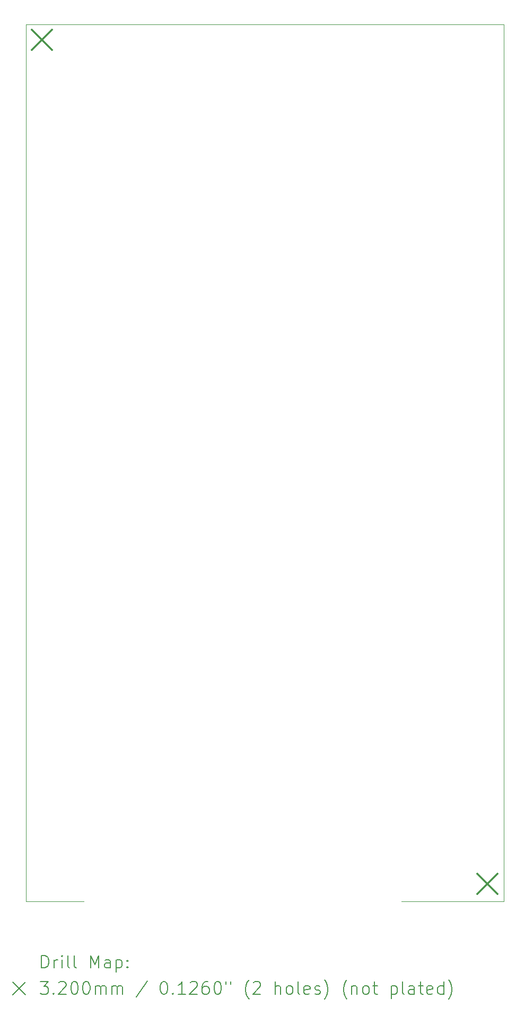
<source format=gbr>
%FSLAX45Y45*%
G04 Gerber Fmt 4.5, Leading zero omitted, Abs format (unit mm)*
G04 Created by KiCad (PCBNEW (6.0.0)) date 2022-08-18 21:51:15*
%MOMM*%
%LPD*%
G01*
G04 APERTURE LIST*
%TA.AperFunction,Profile*%
%ADD10C,0.100000*%
%TD*%
%ADD11C,0.200000*%
%ADD12C,0.320000*%
G04 APERTURE END LIST*
D10*
X7833537Y-16771549D02*
X7833537Y-2780549D01*
X15463537Y-16771549D02*
X13828537Y-16771549D01*
X15463537Y-16771549D02*
X15463537Y-2780549D01*
X7833537Y-2780549D02*
X15463537Y-2780549D01*
X8763537Y-16771549D02*
X7833537Y-16771549D01*
D11*
D12*
X7928537Y-2865549D02*
X8248537Y-3185549D01*
X8248537Y-2865549D02*
X7928537Y-3185549D01*
X15041537Y-16326549D02*
X15361537Y-16646549D01*
X15361537Y-16326549D02*
X15041537Y-16646549D01*
D11*
X8086156Y-17828025D02*
X8086156Y-17628025D01*
X8133775Y-17628025D01*
X8162347Y-17637549D01*
X8181394Y-17656596D01*
X8190918Y-17675644D01*
X8200442Y-17713739D01*
X8200442Y-17742311D01*
X8190918Y-17780406D01*
X8181394Y-17799453D01*
X8162347Y-17818501D01*
X8133775Y-17828025D01*
X8086156Y-17828025D01*
X8286156Y-17828025D02*
X8286156Y-17694691D01*
X8286156Y-17732787D02*
X8295680Y-17713739D01*
X8305204Y-17704215D01*
X8324251Y-17694691D01*
X8343299Y-17694691D01*
X8409966Y-17828025D02*
X8409966Y-17694691D01*
X8409966Y-17628025D02*
X8400442Y-17637549D01*
X8409966Y-17647072D01*
X8419490Y-17637549D01*
X8409966Y-17628025D01*
X8409966Y-17647072D01*
X8533775Y-17828025D02*
X8514728Y-17818501D01*
X8505204Y-17799453D01*
X8505204Y-17628025D01*
X8638537Y-17828025D02*
X8619490Y-17818501D01*
X8609966Y-17799453D01*
X8609966Y-17628025D01*
X8867109Y-17828025D02*
X8867109Y-17628025D01*
X8933775Y-17770882D01*
X9000442Y-17628025D01*
X9000442Y-17828025D01*
X9181394Y-17828025D02*
X9181394Y-17723263D01*
X9171871Y-17704215D01*
X9152823Y-17694691D01*
X9114728Y-17694691D01*
X9095680Y-17704215D01*
X9181394Y-17818501D02*
X9162347Y-17828025D01*
X9114728Y-17828025D01*
X9095680Y-17818501D01*
X9086156Y-17799453D01*
X9086156Y-17780406D01*
X9095680Y-17761358D01*
X9114728Y-17751834D01*
X9162347Y-17751834D01*
X9181394Y-17742311D01*
X9276633Y-17694691D02*
X9276633Y-17894691D01*
X9276633Y-17704215D02*
X9295680Y-17694691D01*
X9333775Y-17694691D01*
X9352823Y-17704215D01*
X9362347Y-17713739D01*
X9371871Y-17732787D01*
X9371871Y-17789930D01*
X9362347Y-17808977D01*
X9352823Y-17818501D01*
X9333775Y-17828025D01*
X9295680Y-17828025D01*
X9276633Y-17818501D01*
X9457585Y-17808977D02*
X9467109Y-17818501D01*
X9457585Y-17828025D01*
X9448061Y-17818501D01*
X9457585Y-17808977D01*
X9457585Y-17828025D01*
X9457585Y-17704215D02*
X9467109Y-17713739D01*
X9457585Y-17723263D01*
X9448061Y-17713739D01*
X9457585Y-17704215D01*
X9457585Y-17723263D01*
X7628537Y-18057549D02*
X7828537Y-18257549D01*
X7828537Y-18057549D02*
X7628537Y-18257549D01*
X8067109Y-18048025D02*
X8190918Y-18048025D01*
X8124251Y-18124215D01*
X8152823Y-18124215D01*
X8171871Y-18133739D01*
X8181394Y-18143263D01*
X8190918Y-18162311D01*
X8190918Y-18209930D01*
X8181394Y-18228977D01*
X8171871Y-18238501D01*
X8152823Y-18248025D01*
X8095680Y-18248025D01*
X8076632Y-18238501D01*
X8067109Y-18228977D01*
X8276632Y-18228977D02*
X8286156Y-18238501D01*
X8276632Y-18248025D01*
X8267109Y-18238501D01*
X8276632Y-18228977D01*
X8276632Y-18248025D01*
X8362347Y-18067072D02*
X8371871Y-18057549D01*
X8390918Y-18048025D01*
X8438537Y-18048025D01*
X8457585Y-18057549D01*
X8467109Y-18067072D01*
X8476633Y-18086120D01*
X8476633Y-18105168D01*
X8467109Y-18133739D01*
X8352823Y-18248025D01*
X8476633Y-18248025D01*
X8600442Y-18048025D02*
X8619490Y-18048025D01*
X8638537Y-18057549D01*
X8648061Y-18067072D01*
X8657585Y-18086120D01*
X8667109Y-18124215D01*
X8667109Y-18171834D01*
X8657585Y-18209930D01*
X8648061Y-18228977D01*
X8638537Y-18238501D01*
X8619490Y-18248025D01*
X8600442Y-18248025D01*
X8581394Y-18238501D01*
X8571871Y-18228977D01*
X8562347Y-18209930D01*
X8552823Y-18171834D01*
X8552823Y-18124215D01*
X8562347Y-18086120D01*
X8571871Y-18067072D01*
X8581394Y-18057549D01*
X8600442Y-18048025D01*
X8790918Y-18048025D02*
X8809966Y-18048025D01*
X8829013Y-18057549D01*
X8838537Y-18067072D01*
X8848061Y-18086120D01*
X8857585Y-18124215D01*
X8857585Y-18171834D01*
X8848061Y-18209930D01*
X8838537Y-18228977D01*
X8829013Y-18238501D01*
X8809966Y-18248025D01*
X8790918Y-18248025D01*
X8771871Y-18238501D01*
X8762347Y-18228977D01*
X8752823Y-18209930D01*
X8743299Y-18171834D01*
X8743299Y-18124215D01*
X8752823Y-18086120D01*
X8762347Y-18067072D01*
X8771871Y-18057549D01*
X8790918Y-18048025D01*
X8943299Y-18248025D02*
X8943299Y-18114691D01*
X8943299Y-18133739D02*
X8952823Y-18124215D01*
X8971871Y-18114691D01*
X9000442Y-18114691D01*
X9019490Y-18124215D01*
X9029013Y-18143263D01*
X9029013Y-18248025D01*
X9029013Y-18143263D02*
X9038537Y-18124215D01*
X9057585Y-18114691D01*
X9086156Y-18114691D01*
X9105204Y-18124215D01*
X9114728Y-18143263D01*
X9114728Y-18248025D01*
X9209966Y-18248025D02*
X9209966Y-18114691D01*
X9209966Y-18133739D02*
X9219490Y-18124215D01*
X9238537Y-18114691D01*
X9267109Y-18114691D01*
X9286156Y-18124215D01*
X9295680Y-18143263D01*
X9295680Y-18248025D01*
X9295680Y-18143263D02*
X9305204Y-18124215D01*
X9324252Y-18114691D01*
X9352823Y-18114691D01*
X9371871Y-18124215D01*
X9381394Y-18143263D01*
X9381394Y-18248025D01*
X9771871Y-18038501D02*
X9600442Y-18295644D01*
X10029013Y-18048025D02*
X10048061Y-18048025D01*
X10067109Y-18057549D01*
X10076633Y-18067072D01*
X10086156Y-18086120D01*
X10095680Y-18124215D01*
X10095680Y-18171834D01*
X10086156Y-18209930D01*
X10076633Y-18228977D01*
X10067109Y-18238501D01*
X10048061Y-18248025D01*
X10029013Y-18248025D01*
X10009966Y-18238501D01*
X10000442Y-18228977D01*
X9990918Y-18209930D01*
X9981394Y-18171834D01*
X9981394Y-18124215D01*
X9990918Y-18086120D01*
X10000442Y-18067072D01*
X10009966Y-18057549D01*
X10029013Y-18048025D01*
X10181394Y-18228977D02*
X10190918Y-18238501D01*
X10181394Y-18248025D01*
X10171871Y-18238501D01*
X10181394Y-18228977D01*
X10181394Y-18248025D01*
X10381394Y-18248025D02*
X10267109Y-18248025D01*
X10324252Y-18248025D02*
X10324252Y-18048025D01*
X10305204Y-18076596D01*
X10286156Y-18095644D01*
X10267109Y-18105168D01*
X10457585Y-18067072D02*
X10467109Y-18057549D01*
X10486156Y-18048025D01*
X10533775Y-18048025D01*
X10552823Y-18057549D01*
X10562347Y-18067072D01*
X10571871Y-18086120D01*
X10571871Y-18105168D01*
X10562347Y-18133739D01*
X10448061Y-18248025D01*
X10571871Y-18248025D01*
X10743299Y-18048025D02*
X10705204Y-18048025D01*
X10686156Y-18057549D01*
X10676633Y-18067072D01*
X10657585Y-18095644D01*
X10648061Y-18133739D01*
X10648061Y-18209930D01*
X10657585Y-18228977D01*
X10667109Y-18238501D01*
X10686156Y-18248025D01*
X10724252Y-18248025D01*
X10743299Y-18238501D01*
X10752823Y-18228977D01*
X10762347Y-18209930D01*
X10762347Y-18162311D01*
X10752823Y-18143263D01*
X10743299Y-18133739D01*
X10724252Y-18124215D01*
X10686156Y-18124215D01*
X10667109Y-18133739D01*
X10657585Y-18143263D01*
X10648061Y-18162311D01*
X10886156Y-18048025D02*
X10905204Y-18048025D01*
X10924252Y-18057549D01*
X10933775Y-18067072D01*
X10943299Y-18086120D01*
X10952823Y-18124215D01*
X10952823Y-18171834D01*
X10943299Y-18209930D01*
X10933775Y-18228977D01*
X10924252Y-18238501D01*
X10905204Y-18248025D01*
X10886156Y-18248025D01*
X10867109Y-18238501D01*
X10857585Y-18228977D01*
X10848061Y-18209930D01*
X10838537Y-18171834D01*
X10838537Y-18124215D01*
X10848061Y-18086120D01*
X10857585Y-18067072D01*
X10867109Y-18057549D01*
X10886156Y-18048025D01*
X11029013Y-18048025D02*
X11029013Y-18086120D01*
X11105204Y-18048025D02*
X11105204Y-18086120D01*
X11400442Y-18324215D02*
X11390918Y-18314691D01*
X11371871Y-18286120D01*
X11362347Y-18267072D01*
X11352823Y-18238501D01*
X11343299Y-18190882D01*
X11343299Y-18152787D01*
X11352823Y-18105168D01*
X11362347Y-18076596D01*
X11371871Y-18057549D01*
X11390918Y-18028977D01*
X11400442Y-18019453D01*
X11467109Y-18067072D02*
X11476632Y-18057549D01*
X11495680Y-18048025D01*
X11543299Y-18048025D01*
X11562347Y-18057549D01*
X11571871Y-18067072D01*
X11581394Y-18086120D01*
X11581394Y-18105168D01*
X11571871Y-18133739D01*
X11457585Y-18248025D01*
X11581394Y-18248025D01*
X11819490Y-18248025D02*
X11819490Y-18048025D01*
X11905204Y-18248025D02*
X11905204Y-18143263D01*
X11895680Y-18124215D01*
X11876632Y-18114691D01*
X11848061Y-18114691D01*
X11829013Y-18124215D01*
X11819490Y-18133739D01*
X12029013Y-18248025D02*
X12009966Y-18238501D01*
X12000442Y-18228977D01*
X11990918Y-18209930D01*
X11990918Y-18152787D01*
X12000442Y-18133739D01*
X12009966Y-18124215D01*
X12029013Y-18114691D01*
X12057585Y-18114691D01*
X12076632Y-18124215D01*
X12086156Y-18133739D01*
X12095680Y-18152787D01*
X12095680Y-18209930D01*
X12086156Y-18228977D01*
X12076632Y-18238501D01*
X12057585Y-18248025D01*
X12029013Y-18248025D01*
X12209966Y-18248025D02*
X12190918Y-18238501D01*
X12181394Y-18219453D01*
X12181394Y-18048025D01*
X12362347Y-18238501D02*
X12343299Y-18248025D01*
X12305204Y-18248025D01*
X12286156Y-18238501D01*
X12276632Y-18219453D01*
X12276632Y-18143263D01*
X12286156Y-18124215D01*
X12305204Y-18114691D01*
X12343299Y-18114691D01*
X12362347Y-18124215D01*
X12371871Y-18143263D01*
X12371871Y-18162311D01*
X12276632Y-18181358D01*
X12448061Y-18238501D02*
X12467109Y-18248025D01*
X12505204Y-18248025D01*
X12524251Y-18238501D01*
X12533775Y-18219453D01*
X12533775Y-18209930D01*
X12524251Y-18190882D01*
X12505204Y-18181358D01*
X12476632Y-18181358D01*
X12457585Y-18171834D01*
X12448061Y-18152787D01*
X12448061Y-18143263D01*
X12457585Y-18124215D01*
X12476632Y-18114691D01*
X12505204Y-18114691D01*
X12524251Y-18124215D01*
X12600442Y-18324215D02*
X12609966Y-18314691D01*
X12629013Y-18286120D01*
X12638537Y-18267072D01*
X12648061Y-18238501D01*
X12657585Y-18190882D01*
X12657585Y-18152787D01*
X12648061Y-18105168D01*
X12638537Y-18076596D01*
X12629013Y-18057549D01*
X12609966Y-18028977D01*
X12600442Y-18019453D01*
X12962347Y-18324215D02*
X12952823Y-18314691D01*
X12933775Y-18286120D01*
X12924251Y-18267072D01*
X12914728Y-18238501D01*
X12905204Y-18190882D01*
X12905204Y-18152787D01*
X12914728Y-18105168D01*
X12924251Y-18076596D01*
X12933775Y-18057549D01*
X12952823Y-18028977D01*
X12962347Y-18019453D01*
X13038537Y-18114691D02*
X13038537Y-18248025D01*
X13038537Y-18133739D02*
X13048061Y-18124215D01*
X13067109Y-18114691D01*
X13095680Y-18114691D01*
X13114728Y-18124215D01*
X13124251Y-18143263D01*
X13124251Y-18248025D01*
X13248061Y-18248025D02*
X13229013Y-18238501D01*
X13219490Y-18228977D01*
X13209966Y-18209930D01*
X13209966Y-18152787D01*
X13219490Y-18133739D01*
X13229013Y-18124215D01*
X13248061Y-18114691D01*
X13276632Y-18114691D01*
X13295680Y-18124215D01*
X13305204Y-18133739D01*
X13314728Y-18152787D01*
X13314728Y-18209930D01*
X13305204Y-18228977D01*
X13295680Y-18238501D01*
X13276632Y-18248025D01*
X13248061Y-18248025D01*
X13371871Y-18114691D02*
X13448061Y-18114691D01*
X13400442Y-18048025D02*
X13400442Y-18219453D01*
X13409966Y-18238501D01*
X13429013Y-18248025D01*
X13448061Y-18248025D01*
X13667109Y-18114691D02*
X13667109Y-18314691D01*
X13667109Y-18124215D02*
X13686156Y-18114691D01*
X13724251Y-18114691D01*
X13743299Y-18124215D01*
X13752823Y-18133739D01*
X13762347Y-18152787D01*
X13762347Y-18209930D01*
X13752823Y-18228977D01*
X13743299Y-18238501D01*
X13724251Y-18248025D01*
X13686156Y-18248025D01*
X13667109Y-18238501D01*
X13876632Y-18248025D02*
X13857585Y-18238501D01*
X13848061Y-18219453D01*
X13848061Y-18048025D01*
X14038537Y-18248025D02*
X14038537Y-18143263D01*
X14029013Y-18124215D01*
X14009966Y-18114691D01*
X13971871Y-18114691D01*
X13952823Y-18124215D01*
X14038537Y-18238501D02*
X14019490Y-18248025D01*
X13971871Y-18248025D01*
X13952823Y-18238501D01*
X13943299Y-18219453D01*
X13943299Y-18200406D01*
X13952823Y-18181358D01*
X13971871Y-18171834D01*
X14019490Y-18171834D01*
X14038537Y-18162311D01*
X14105204Y-18114691D02*
X14181394Y-18114691D01*
X14133775Y-18048025D02*
X14133775Y-18219453D01*
X14143299Y-18238501D01*
X14162347Y-18248025D01*
X14181394Y-18248025D01*
X14324251Y-18238501D02*
X14305204Y-18248025D01*
X14267109Y-18248025D01*
X14248061Y-18238501D01*
X14238537Y-18219453D01*
X14238537Y-18143263D01*
X14248061Y-18124215D01*
X14267109Y-18114691D01*
X14305204Y-18114691D01*
X14324251Y-18124215D01*
X14333775Y-18143263D01*
X14333775Y-18162311D01*
X14238537Y-18181358D01*
X14505204Y-18248025D02*
X14505204Y-18048025D01*
X14505204Y-18238501D02*
X14486156Y-18248025D01*
X14448061Y-18248025D01*
X14429013Y-18238501D01*
X14419490Y-18228977D01*
X14409966Y-18209930D01*
X14409966Y-18152787D01*
X14419490Y-18133739D01*
X14429013Y-18124215D01*
X14448061Y-18114691D01*
X14486156Y-18114691D01*
X14505204Y-18124215D01*
X14581394Y-18324215D02*
X14590918Y-18314691D01*
X14609966Y-18286120D01*
X14619490Y-18267072D01*
X14629013Y-18238501D01*
X14638537Y-18190882D01*
X14638537Y-18152787D01*
X14629013Y-18105168D01*
X14619490Y-18076596D01*
X14609966Y-18057549D01*
X14590918Y-18028977D01*
X14581394Y-18019453D01*
M02*

</source>
